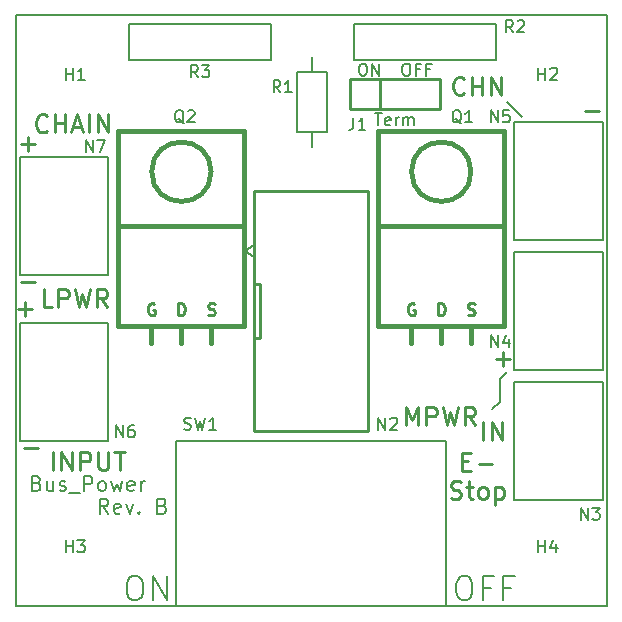
<source format=gto>
%FSLAX36Y36*%
G04 Gerber Fmt 3.6, Leading zero omitted, Abs format (unit inch)*
G04 Created by KiCad (PCBNEW (2014-jul-16 BZR unknown)-product) date Sun 19 Oct 2014 05:14:07 PM PDT*
%MOIN*%
G01*
G04 APERTURE LIST*
%ADD10C,0.003937*%
%ADD11C,0.008000*%
%ADD12C,0.010000*%
%ADD13C,0.005906*%
%ADD14C,0.015000*%
%ADD15C,0.009850*%
%ADD16C,0.009900*%
G04 APERTURE END LIST*
D10*
D11*
X5575000Y-4225000D02*
X5625000Y-4275000D01*
X5550000Y-5225000D02*
X5525000Y-5250000D01*
X5550000Y-5150000D02*
X5550000Y-5225000D01*
X5575000Y-5125000D02*
X5550000Y-5150000D01*
D12*
X5430714Y-4196429D02*
X5427857Y-4199286D01*
X5419286Y-4202143D01*
X5413571Y-4202143D01*
X5405000Y-4199286D01*
X5399286Y-4193571D01*
X5396429Y-4187857D01*
X5393571Y-4176429D01*
X5393571Y-4167857D01*
X5396429Y-4156429D01*
X5399286Y-4150714D01*
X5405000Y-4145000D01*
X5413571Y-4142143D01*
X5419286Y-4142143D01*
X5427857Y-4145000D01*
X5430714Y-4147857D01*
X5456429Y-4202143D02*
X5456429Y-4142143D01*
X5456429Y-4170714D02*
X5490714Y-4170714D01*
X5490714Y-4202143D02*
X5490714Y-4142143D01*
X5519286Y-4202143D02*
X5519286Y-4142143D01*
X5553571Y-4202143D01*
X5553571Y-4142143D01*
X5493571Y-5352143D02*
X5493571Y-5292143D01*
X5522143Y-5352143D02*
X5522143Y-5292143D01*
X5556429Y-5352143D01*
X5556429Y-5292143D01*
X4040714Y-4321429D02*
X4037857Y-4324286D01*
X4029286Y-4327143D01*
X4023571Y-4327143D01*
X4015000Y-4324286D01*
X4009286Y-4318571D01*
X4006429Y-4312857D01*
X4003571Y-4301429D01*
X4003571Y-4292857D01*
X4006429Y-4281429D01*
X4009286Y-4275714D01*
X4015000Y-4270000D01*
X4023571Y-4267143D01*
X4029286Y-4267143D01*
X4037857Y-4270000D01*
X4040714Y-4272857D01*
X4066429Y-4327143D02*
X4066429Y-4267143D01*
X4066429Y-4295714D02*
X4100714Y-4295714D01*
X4100714Y-4327143D02*
X4100714Y-4267143D01*
X4126429Y-4310000D02*
X4155000Y-4310000D01*
X4120714Y-4327143D02*
X4140714Y-4267143D01*
X4160714Y-4327143D01*
X4180714Y-4327143D02*
X4180714Y-4267143D01*
X4209286Y-4327143D02*
X4209286Y-4267143D01*
X4243571Y-4327143D01*
X4243571Y-4267143D01*
X4059286Y-5452143D02*
X4059286Y-5392143D01*
X4087857Y-5452143D02*
X4087857Y-5392143D01*
X4122143Y-5452143D01*
X4122143Y-5392143D01*
X4150714Y-5452143D02*
X4150714Y-5392143D01*
X4173571Y-5392143D01*
X4179286Y-5395000D01*
X4182143Y-5397857D01*
X4185000Y-5403571D01*
X4185000Y-5412143D01*
X4182143Y-5417857D01*
X4179286Y-5420714D01*
X4173571Y-5423571D01*
X4150714Y-5423571D01*
X4210714Y-5392143D02*
X4210714Y-5440714D01*
X4213571Y-5446429D01*
X4216429Y-5449286D01*
X4222143Y-5452143D01*
X4233571Y-5452143D01*
X4239286Y-5449286D01*
X4242143Y-5446429D01*
X4245000Y-5440714D01*
X4245000Y-5392143D01*
X4265000Y-5392143D02*
X4299286Y-5392143D01*
X4282143Y-5452143D02*
X4282143Y-5392143D01*
D11*
X3937008Y-5905512D02*
X3937008Y-3937008D01*
X5905512Y-5905512D02*
X3937008Y-5905512D01*
X5905512Y-3937008D02*
X5905512Y-5905512D01*
X3937008Y-3937008D02*
X5905512Y-3937008D01*
X5132381Y-4263095D02*
X5155238Y-4263095D01*
X5143810Y-4303095D02*
X5143810Y-4263095D01*
X5183810Y-4301190D02*
X5180000Y-4303095D01*
X5172381Y-4303095D01*
X5168571Y-4301190D01*
X5166667Y-4297381D01*
X5166667Y-4282143D01*
X5168571Y-4278333D01*
X5172381Y-4276429D01*
X5180000Y-4276429D01*
X5183810Y-4278333D01*
X5185714Y-4282143D01*
X5185714Y-4285952D01*
X5166667Y-4289762D01*
X5202857Y-4303095D02*
X5202857Y-4276429D01*
X5202857Y-4284048D02*
X5204762Y-4280238D01*
X5206667Y-4278333D01*
X5210476Y-4276429D01*
X5214286Y-4276429D01*
X5227619Y-4303095D02*
X5227619Y-4276429D01*
X5227619Y-4280238D02*
X5229524Y-4278333D01*
X5233333Y-4276429D01*
X5239048Y-4276429D01*
X5242857Y-4278333D01*
X5244762Y-4282143D01*
X5244762Y-4303095D01*
X5244762Y-4282143D02*
X5246667Y-4278333D01*
X5250476Y-4276429D01*
X5256190Y-4276429D01*
X5260000Y-4278333D01*
X5261905Y-4282143D01*
X5261905Y-4303095D01*
X5089524Y-4098095D02*
X5097143Y-4098095D01*
X5100952Y-4100000D01*
X5104762Y-4103810D01*
X5106667Y-4111429D01*
X5106667Y-4124762D01*
X5104762Y-4132381D01*
X5100952Y-4136190D01*
X5097143Y-4138095D01*
X5089524Y-4138095D01*
X5085714Y-4136190D01*
X5081905Y-4132381D01*
X5080000Y-4124762D01*
X5080000Y-4111429D01*
X5081905Y-4103810D01*
X5085714Y-4100000D01*
X5089524Y-4098095D01*
X5123810Y-4138095D02*
X5123810Y-4098095D01*
X5146667Y-4138095D01*
X5146667Y-4098095D01*
X5234286Y-4098095D02*
X5241905Y-4098095D01*
X5245714Y-4100000D01*
X5249524Y-4103810D01*
X5251429Y-4111429D01*
X5251429Y-4124762D01*
X5249524Y-4132381D01*
X5245714Y-4136190D01*
X5241905Y-4138095D01*
X5234286Y-4138095D01*
X5230476Y-4136190D01*
X5226667Y-4132381D01*
X5224762Y-4124762D01*
X5224762Y-4111429D01*
X5226667Y-4103810D01*
X5230476Y-4100000D01*
X5234286Y-4098095D01*
X5281905Y-4117143D02*
X5268571Y-4117143D01*
X5268571Y-4138095D02*
X5268571Y-4098095D01*
X5287619Y-4098095D01*
X5316190Y-4117143D02*
X5302857Y-4117143D01*
X5302857Y-4138095D02*
X5302857Y-4098095D01*
X5321905Y-4098095D01*
D12*
X5235714Y-5302143D02*
X5235714Y-5242143D01*
X5255714Y-5285000D01*
X5275714Y-5242143D01*
X5275714Y-5302143D01*
X5304286Y-5302143D02*
X5304286Y-5242143D01*
X5327143Y-5242143D01*
X5332857Y-5245000D01*
X5335714Y-5247857D01*
X5338571Y-5253571D01*
X5338571Y-5262143D01*
X5335714Y-5267857D01*
X5332857Y-5270714D01*
X5327143Y-5273571D01*
X5304286Y-5273571D01*
X5358571Y-5242143D02*
X5372857Y-5302143D01*
X5384286Y-5259286D01*
X5395714Y-5302143D01*
X5410000Y-5242143D01*
X5467143Y-5302143D02*
X5447143Y-5273571D01*
X5432857Y-5302143D02*
X5432857Y-5242143D01*
X5455714Y-5242143D01*
X5461429Y-5245000D01*
X5464286Y-5247857D01*
X5467143Y-5253571D01*
X5467143Y-5262143D01*
X5464286Y-5267857D01*
X5461429Y-5270714D01*
X5455714Y-5273571D01*
X5432857Y-5273571D01*
X4058144Y-4909033D02*
X4029573Y-4909033D01*
X4029573Y-4849033D01*
X4078144Y-4909033D02*
X4078144Y-4849033D01*
X4101001Y-4849033D01*
X4106715Y-4851890D01*
X4109573Y-4854747D01*
X4112430Y-4860461D01*
X4112430Y-4869033D01*
X4109573Y-4874747D01*
X4106715Y-4877604D01*
X4101001Y-4880461D01*
X4078144Y-4880461D01*
X4132430Y-4849033D02*
X4146715Y-4909033D01*
X4158144Y-4866175D01*
X4169573Y-4909033D01*
X4183858Y-4849033D01*
X4241001Y-4909033D02*
X4221001Y-4880461D01*
X4206715Y-4909033D02*
X4206715Y-4849033D01*
X4229573Y-4849033D01*
X4235287Y-4851890D01*
X4238144Y-4854747D01*
X4241001Y-4860461D01*
X4241001Y-4869033D01*
X4238144Y-4874747D01*
X4235287Y-4877604D01*
X4229573Y-4880461D01*
X4206715Y-4880461D01*
X5425000Y-5423714D02*
X5445000Y-5423714D01*
X5453571Y-5455143D02*
X5425000Y-5455143D01*
X5425000Y-5395143D01*
X5453571Y-5395143D01*
X5479286Y-5432286D02*
X5525000Y-5432286D01*
X5386429Y-5546286D02*
X5395000Y-5549143D01*
X5409286Y-5549143D01*
X5415000Y-5546286D01*
X5417857Y-5543429D01*
X5420714Y-5537714D01*
X5420714Y-5532000D01*
X5417857Y-5526286D01*
X5415000Y-5523429D01*
X5409286Y-5520571D01*
X5397857Y-5517714D01*
X5392143Y-5514857D01*
X5389286Y-5512000D01*
X5386429Y-5506286D01*
X5386429Y-5500571D01*
X5389286Y-5494857D01*
X5392143Y-5492000D01*
X5397857Y-5489143D01*
X5412143Y-5489143D01*
X5420714Y-5492000D01*
X5437857Y-5509143D02*
X5460714Y-5509143D01*
X5446429Y-5489143D02*
X5446429Y-5540571D01*
X5449286Y-5546286D01*
X5455000Y-5549143D01*
X5460714Y-5549143D01*
X5489286Y-5549143D02*
X5483571Y-5546286D01*
X5480714Y-5543429D01*
X5477857Y-5537714D01*
X5477857Y-5520571D01*
X5480714Y-5514857D01*
X5483571Y-5512000D01*
X5489286Y-5509143D01*
X5497857Y-5509143D01*
X5503571Y-5512000D01*
X5506429Y-5514857D01*
X5509286Y-5520571D01*
X5509286Y-5537714D01*
X5506429Y-5543429D01*
X5503571Y-5546286D01*
X5497857Y-5549143D01*
X5489286Y-5549143D01*
X5535000Y-5509143D02*
X5535000Y-5569143D01*
X5535000Y-5512000D02*
X5540714Y-5509143D01*
X5552143Y-5509143D01*
X5557857Y-5512000D01*
X5560714Y-5514857D01*
X5563571Y-5520571D01*
X5563571Y-5537714D01*
X5560714Y-5543429D01*
X5557857Y-5546286D01*
X5552143Y-5549143D01*
X5540714Y-5549143D01*
X5535000Y-5546286D01*
X5879156Y-4256254D02*
X5833442Y-4256254D01*
X5583881Y-5083026D02*
X5538166Y-5083026D01*
X5561024Y-5105883D02*
X5561024Y-5060169D01*
X4009078Y-5378301D02*
X3963363Y-5378301D01*
X3989393Y-4915703D02*
X3943678Y-4915703D01*
X3966535Y-4938560D02*
X3966535Y-4892846D01*
X3999235Y-4364522D02*
X3953521Y-4364522D01*
X3976378Y-4387379D02*
X3976378Y-4341665D01*
X3999235Y-4827120D02*
X3953521Y-4827120D01*
D11*
X4244048Y-5597619D02*
X4227381Y-5573810D01*
X4215476Y-5597619D02*
X4215476Y-5547619D01*
X4234524Y-5547619D01*
X4239286Y-5550000D01*
X4241667Y-5552381D01*
X4244048Y-5557143D01*
X4244048Y-5564286D01*
X4241667Y-5569048D01*
X4239286Y-5571429D01*
X4234524Y-5573810D01*
X4215476Y-5573810D01*
X4284524Y-5595238D02*
X4279762Y-5597619D01*
X4270238Y-5597619D01*
X4265476Y-5595238D01*
X4263095Y-5590476D01*
X4263095Y-5571429D01*
X4265476Y-5566667D01*
X4270238Y-5564286D01*
X4279762Y-5564286D01*
X4284524Y-5566667D01*
X4286905Y-5571429D01*
X4286905Y-5576190D01*
X4263095Y-5580952D01*
X4303571Y-5564286D02*
X4315476Y-5597619D01*
X4327381Y-5564286D01*
X4346429Y-5592857D02*
X4348810Y-5595238D01*
X4346429Y-5597619D01*
X4344048Y-5595238D01*
X4346429Y-5592857D01*
X4346429Y-5597619D01*
X4425000Y-5571429D02*
X4432143Y-5573810D01*
X4434524Y-5576190D01*
X4436905Y-5580952D01*
X4436905Y-5588095D01*
X4434524Y-5592857D01*
X4432143Y-5595238D01*
X4427381Y-5597619D01*
X4408333Y-5597619D01*
X4408333Y-5547619D01*
X4425000Y-5547619D01*
X4429762Y-5550000D01*
X4432143Y-5552381D01*
X4434524Y-5557143D01*
X4434524Y-5561905D01*
X4432143Y-5566667D01*
X4429762Y-5569048D01*
X4425000Y-5571429D01*
X4408333Y-5571429D01*
X5423810Y-5806190D02*
X5439048Y-5806190D01*
X5446667Y-5810000D01*
X5454286Y-5817619D01*
X5458095Y-5832857D01*
X5458095Y-5859524D01*
X5454286Y-5874762D01*
X5446667Y-5882381D01*
X5439048Y-5886190D01*
X5423810Y-5886190D01*
X5416190Y-5882381D01*
X5408571Y-5874762D01*
X5404762Y-5859524D01*
X5404762Y-5832857D01*
X5408571Y-5817619D01*
X5416190Y-5810000D01*
X5423810Y-5806190D01*
X5519048Y-5844286D02*
X5492381Y-5844286D01*
X5492381Y-5886190D02*
X5492381Y-5806190D01*
X5530476Y-5806190D01*
X5587619Y-5844286D02*
X5560952Y-5844286D01*
X5560952Y-5886190D02*
X5560952Y-5806190D01*
X5599048Y-5806190D01*
X4325476Y-5806190D02*
X4340714Y-5806190D01*
X4348333Y-5810000D01*
X4355952Y-5817619D01*
X4359762Y-5832857D01*
X4359762Y-5859524D01*
X4355952Y-5874762D01*
X4348333Y-5882381D01*
X4340714Y-5886190D01*
X4325476Y-5886190D01*
X4317857Y-5882381D01*
X4310238Y-5874762D01*
X4306429Y-5859524D01*
X4306429Y-5832857D01*
X4310238Y-5817619D01*
X4317857Y-5810000D01*
X4325476Y-5806190D01*
X4394048Y-5886190D02*
X4394048Y-5806190D01*
X4439762Y-5886190D01*
X4439762Y-5806190D01*
X4005952Y-5496429D02*
X4013095Y-5498810D01*
X4015476Y-5501190D01*
X4017857Y-5505952D01*
X4017857Y-5513095D01*
X4015476Y-5517857D01*
X4013095Y-5520238D01*
X4008333Y-5522619D01*
X3989286Y-5522619D01*
X3989286Y-5472619D01*
X4005952Y-5472619D01*
X4010714Y-5475000D01*
X4013095Y-5477381D01*
X4015476Y-5482143D01*
X4015476Y-5486905D01*
X4013095Y-5491667D01*
X4010714Y-5494048D01*
X4005952Y-5496429D01*
X3989286Y-5496429D01*
X4060714Y-5489286D02*
X4060714Y-5522619D01*
X4039286Y-5489286D02*
X4039286Y-5515476D01*
X4041667Y-5520238D01*
X4046429Y-5522619D01*
X4053571Y-5522619D01*
X4058333Y-5520238D01*
X4060714Y-5517857D01*
X4082143Y-5520238D02*
X4086905Y-5522619D01*
X4096429Y-5522619D01*
X4101191Y-5520238D01*
X4103571Y-5515476D01*
X4103571Y-5513095D01*
X4101191Y-5508333D01*
X4096429Y-5505952D01*
X4089286Y-5505952D01*
X4084524Y-5503571D01*
X4082143Y-5498810D01*
X4082143Y-5496429D01*
X4084524Y-5491667D01*
X4089286Y-5489286D01*
X4096429Y-5489286D01*
X4101191Y-5491667D01*
X4113095Y-5527381D02*
X4151191Y-5527381D01*
X4163095Y-5522619D02*
X4163095Y-5472619D01*
X4182143Y-5472619D01*
X4186905Y-5475000D01*
X4189286Y-5477381D01*
X4191667Y-5482143D01*
X4191667Y-5489286D01*
X4189286Y-5494048D01*
X4186905Y-5496429D01*
X4182143Y-5498810D01*
X4163095Y-5498810D01*
X4220238Y-5522619D02*
X4215476Y-5520238D01*
X4213095Y-5517857D01*
X4210714Y-5513095D01*
X4210714Y-5498810D01*
X4213095Y-5494048D01*
X4215476Y-5491667D01*
X4220238Y-5489286D01*
X4227381Y-5489286D01*
X4232143Y-5491667D01*
X4234524Y-5494048D01*
X4236905Y-5498810D01*
X4236905Y-5513095D01*
X4234524Y-5517857D01*
X4232143Y-5520238D01*
X4227381Y-5522619D01*
X4220238Y-5522619D01*
X4253571Y-5489286D02*
X4263095Y-5522619D01*
X4272619Y-5498810D01*
X4282143Y-5522619D01*
X4291667Y-5489286D01*
X4329762Y-5520238D02*
X4325000Y-5522619D01*
X4315476Y-5522619D01*
X4310714Y-5520238D01*
X4308333Y-5515476D01*
X4308333Y-5496429D01*
X4310714Y-5491667D01*
X4315476Y-5489286D01*
X4325000Y-5489286D01*
X4329762Y-5491667D01*
X4332143Y-5496429D01*
X4332143Y-5501190D01*
X4308333Y-5505952D01*
X4353571Y-5522619D02*
X4353571Y-5489286D01*
X4353571Y-5498810D02*
X4355952Y-5494048D01*
X4358333Y-5491667D01*
X4363095Y-5489286D01*
X4367857Y-5489286D01*
D12*
X5150000Y-4250000D02*
X5350000Y-4250000D01*
X5350000Y-4250000D02*
X5350000Y-4150000D01*
X5350000Y-4150000D02*
X5150000Y-4150000D01*
X5050000Y-4150000D02*
X5150000Y-4150000D01*
X5150000Y-4150000D02*
X5150000Y-4250000D01*
X5050000Y-4150000D02*
X5050000Y-4250000D01*
X5050000Y-4250000D02*
X5150000Y-4250000D01*
D13*
X4701260Y-4721260D02*
X4731260Y-4701260D01*
X4701260Y-4721260D02*
X4731260Y-4741260D01*
D12*
X4731260Y-5011260D02*
X4751260Y-5011260D01*
X4751260Y-5011260D02*
X4751260Y-4831260D01*
X4751260Y-4831260D02*
X4731260Y-4831260D01*
X5111260Y-4521260D02*
X5111260Y-5321260D01*
X5111260Y-5321260D02*
X4731260Y-5321260D01*
X4731260Y-5321260D02*
X4731260Y-4521260D01*
X4731260Y-4521260D02*
X5111260Y-4521260D01*
D11*
X5893701Y-5157480D02*
X5598425Y-5157480D01*
X5598425Y-5157480D02*
X5598425Y-5551181D01*
X5598425Y-5551181D02*
X5893701Y-5551181D01*
X5893701Y-5551181D02*
X5893701Y-5157480D01*
X5893701Y-4724409D02*
X5598425Y-4724409D01*
X5598425Y-4724409D02*
X5598425Y-5118110D01*
X5598425Y-5118110D02*
X5893701Y-5118110D01*
X5893701Y-5118110D02*
X5893701Y-4724409D01*
X5893701Y-4291339D02*
X5598425Y-4291339D01*
X5598425Y-4291339D02*
X5598425Y-4685039D01*
X5598425Y-4685039D02*
X5893701Y-4685039D01*
X5893701Y-4685039D02*
X5893701Y-4291339D01*
X3948819Y-5354331D02*
X4244094Y-5354331D01*
X4244094Y-5354331D02*
X4244094Y-4960630D01*
X4244094Y-4960630D02*
X3948819Y-4960630D01*
X3948819Y-4960630D02*
X3948819Y-5354331D01*
X3948819Y-4803150D02*
X4244094Y-4803150D01*
X4244094Y-4803150D02*
X4244094Y-4409449D01*
X4244094Y-4409449D02*
X3948819Y-4409449D01*
X3948819Y-4409449D02*
X3948819Y-4803150D01*
D14*
X5254331Y-4973110D02*
X5254331Y-5028110D01*
X5354331Y-4973110D02*
X5354331Y-5028110D01*
X5454331Y-4973110D02*
X5454331Y-5028110D01*
X5453326Y-4458110D02*
G75*
G03X5453326Y-4458110I-98995J0D01*
G74*
G01*
X5564331Y-4638110D02*
X5564331Y-4323110D01*
X5564331Y-4323110D02*
X5144331Y-4323110D01*
X5144331Y-4323110D02*
X5144331Y-4638110D01*
X5564331Y-4973110D02*
X5564331Y-4638110D01*
X5564331Y-4638110D02*
X5144331Y-4638110D01*
X5144331Y-4638110D02*
X5144331Y-4973110D01*
X5354331Y-4973110D02*
X5144331Y-4973110D01*
X5354331Y-4973110D02*
X5564331Y-4973110D01*
X4388189Y-4973110D02*
X4388189Y-5028110D01*
X4488189Y-4973110D02*
X4488189Y-5028110D01*
X4588189Y-4973110D02*
X4588189Y-5028110D01*
X4587184Y-4458110D02*
G75*
G03X4587184Y-4458110I-98995J0D01*
G74*
G01*
X4698189Y-4638110D02*
X4698189Y-4323110D01*
X4698189Y-4323110D02*
X4278189Y-4323110D01*
X4278189Y-4323110D02*
X4278189Y-4638110D01*
X4698189Y-4973110D02*
X4698189Y-4638110D01*
X4698189Y-4638110D02*
X4278189Y-4638110D01*
X4278189Y-4638110D02*
X4278189Y-4973110D01*
X4488189Y-4973110D02*
X4278189Y-4973110D01*
X4488189Y-4973110D02*
X4698189Y-4973110D01*
D13*
X4925000Y-4325000D02*
X4925000Y-4375000D01*
X4925000Y-4125000D02*
X4925000Y-4075000D01*
X4975000Y-4125000D02*
X4875000Y-4125000D01*
X4875000Y-4125000D02*
X4875000Y-4325000D01*
X4875000Y-4325000D02*
X4975000Y-4325000D01*
X4975000Y-4325000D02*
X4975000Y-4125000D01*
D11*
X5536000Y-3966000D02*
X5064000Y-3966000D01*
X5064000Y-3966000D02*
X5064000Y-4084000D01*
X5064000Y-4084000D02*
X5536000Y-4084000D01*
X5536000Y-4084000D02*
X5536000Y-3966000D01*
X4786000Y-3966000D02*
X4314000Y-3966000D01*
X4314000Y-3966000D02*
X4314000Y-4084000D01*
X4314000Y-4084000D02*
X4786000Y-4084000D01*
X4786000Y-4084000D02*
X4786000Y-3966000D01*
X4471260Y-5354921D02*
X4471260Y-5904921D01*
X4471260Y-5904921D02*
X5371260Y-5904921D01*
X5371260Y-5904921D02*
X5371260Y-5354921D01*
X5371260Y-5354921D02*
X4471260Y-5354921D01*
X4103382Y-4151954D02*
X4103382Y-4111954D01*
X4103382Y-4131001D02*
X4126239Y-4131001D01*
X4126239Y-4151954D02*
X4126239Y-4111954D01*
X4166239Y-4151954D02*
X4143382Y-4151954D01*
X4154811Y-4151954D02*
X4154811Y-4111954D01*
X4151001Y-4117668D01*
X4147192Y-4121477D01*
X4143382Y-4123382D01*
X5678185Y-4151954D02*
X5678185Y-4111954D01*
X5678185Y-4131001D02*
X5701042Y-4131001D01*
X5701042Y-4151954D02*
X5701042Y-4111954D01*
X5718185Y-4115763D02*
X5720090Y-4113858D01*
X5723900Y-4111954D01*
X5733423Y-4111954D01*
X5737233Y-4113858D01*
X5739138Y-4115763D01*
X5741042Y-4119573D01*
X5741042Y-4123382D01*
X5739138Y-4129096D01*
X5716280Y-4151954D01*
X5741042Y-4151954D01*
X4103382Y-5726757D02*
X4103382Y-5686757D01*
X4103382Y-5705804D02*
X4126239Y-5705804D01*
X4126239Y-5726757D02*
X4126239Y-5686757D01*
X4141477Y-5686757D02*
X4166239Y-5686757D01*
X4152906Y-5701995D01*
X4158620Y-5701995D01*
X4162430Y-5703900D01*
X4164334Y-5705804D01*
X4166239Y-5709614D01*
X4166239Y-5719138D01*
X4164334Y-5722947D01*
X4162430Y-5724852D01*
X4158620Y-5726757D01*
X4147192Y-5726757D01*
X4143382Y-5724852D01*
X4141477Y-5722947D01*
X5678185Y-5726757D02*
X5678185Y-5686757D01*
X5678185Y-5705804D02*
X5701042Y-5705804D01*
X5701042Y-5726757D02*
X5701042Y-5686757D01*
X5737233Y-5700090D02*
X5737233Y-5726757D01*
X5727709Y-5684852D02*
X5718185Y-5713423D01*
X5742947Y-5713423D01*
X5061667Y-4278095D02*
X5061667Y-4306667D01*
X5059762Y-4312381D01*
X5055952Y-4316190D01*
X5050238Y-4318095D01*
X5046429Y-4318095D01*
X5101667Y-4318095D02*
X5078810Y-4318095D01*
X5090238Y-4318095D02*
X5090238Y-4278095D01*
X5086429Y-4283810D01*
X5082619Y-4287619D01*
X5078810Y-4289524D01*
X5144524Y-5318095D02*
X5144524Y-5278095D01*
X5167381Y-5318095D01*
X5167381Y-5278095D01*
X5184524Y-5281905D02*
X5186429Y-5280000D01*
X5190238Y-5278095D01*
X5199762Y-5278095D01*
X5203571Y-5280000D01*
X5205476Y-5281905D01*
X5207381Y-5285714D01*
X5207381Y-5289524D01*
X5205476Y-5295238D01*
X5182619Y-5318095D01*
X5207381Y-5318095D01*
X5819524Y-5618095D02*
X5819524Y-5578095D01*
X5842381Y-5618095D01*
X5842381Y-5578095D01*
X5857619Y-5578095D02*
X5882381Y-5578095D01*
X5869048Y-5593333D01*
X5874762Y-5593333D01*
X5878571Y-5595238D01*
X5880476Y-5597143D01*
X5882381Y-5600952D01*
X5882381Y-5610476D01*
X5880476Y-5614286D01*
X5878571Y-5616190D01*
X5874762Y-5618095D01*
X5863333Y-5618095D01*
X5859524Y-5616190D01*
X5857619Y-5614286D01*
X5519524Y-5043095D02*
X5519524Y-5003095D01*
X5542381Y-5043095D01*
X5542381Y-5003095D01*
X5578571Y-5016429D02*
X5578571Y-5043095D01*
X5569048Y-5001190D02*
X5559524Y-5029762D01*
X5584286Y-5029762D01*
X5519524Y-4293095D02*
X5519524Y-4253095D01*
X5542381Y-4293095D01*
X5542381Y-4253095D01*
X5580476Y-4253095D02*
X5561429Y-4253095D01*
X5559524Y-4272143D01*
X5561429Y-4270238D01*
X5565238Y-4268333D01*
X5574762Y-4268333D01*
X5578571Y-4270238D01*
X5580476Y-4272143D01*
X5582381Y-4275952D01*
X5582381Y-4285476D01*
X5580476Y-4289286D01*
X5578571Y-4291190D01*
X5574762Y-4293095D01*
X5565238Y-4293095D01*
X5561429Y-4291190D01*
X5559524Y-4289286D01*
X4269524Y-5343095D02*
X4269524Y-5303095D01*
X4292381Y-5343095D01*
X4292381Y-5303095D01*
X4328571Y-5303095D02*
X4320952Y-5303095D01*
X4317143Y-5305000D01*
X4315238Y-5306905D01*
X4311429Y-5312619D01*
X4309524Y-5320238D01*
X4309524Y-5335476D01*
X4311429Y-5339286D01*
X4313333Y-5341190D01*
X4317143Y-5343095D01*
X4324762Y-5343095D01*
X4328571Y-5341190D01*
X4330476Y-5339286D01*
X4332381Y-5335476D01*
X4332381Y-5325952D01*
X4330476Y-5322143D01*
X4328571Y-5320238D01*
X4324762Y-5318333D01*
X4317143Y-5318333D01*
X4313333Y-5320238D01*
X4311429Y-5322143D01*
X4309524Y-5325952D01*
X4169524Y-4393095D02*
X4169524Y-4353095D01*
X4192381Y-4393095D01*
X4192381Y-4353095D01*
X4207619Y-4353095D02*
X4234286Y-4353095D01*
X4217143Y-4393095D01*
X5421190Y-4296905D02*
X5417381Y-4295000D01*
X5413571Y-4291190D01*
X5407857Y-4285476D01*
X5404048Y-4283571D01*
X5400238Y-4283571D01*
X5402143Y-4293095D02*
X5398333Y-4291190D01*
X5394524Y-4287381D01*
X5392619Y-4279762D01*
X5392619Y-4266429D01*
X5394524Y-4258810D01*
X5398333Y-4255000D01*
X5402143Y-4253095D01*
X5409762Y-4253095D01*
X5413571Y-4255000D01*
X5417381Y-4258810D01*
X5419286Y-4266429D01*
X5419286Y-4279762D01*
X5417381Y-4287381D01*
X5413571Y-4291190D01*
X5409762Y-4293095D01*
X5402143Y-4293095D01*
X5457381Y-4293095D02*
X5434524Y-4293095D01*
X5445952Y-4293095D02*
X5445952Y-4253095D01*
X5442143Y-4258810D01*
X5438333Y-4262619D01*
X5434524Y-4264524D01*
D15*
X5264650Y-4898410D02*
X5260897Y-4896534D01*
X5255269Y-4896534D01*
X5249640Y-4898410D01*
X5245888Y-4902163D01*
X5244012Y-4905915D01*
X5242135Y-4913420D01*
X5242135Y-4919048D01*
X5244012Y-4926553D01*
X5245888Y-4930305D01*
X5249640Y-4934058D01*
X5255269Y-4935934D01*
X5259021Y-4935934D01*
X5264650Y-4934058D01*
X5266526Y-4932182D01*
X5266526Y-4919048D01*
X5259021Y-4919048D01*
D16*
D15*
X5443074Y-4934058D02*
X5448702Y-4935934D01*
X5458083Y-4935934D01*
X5461835Y-4934058D01*
X5463712Y-4932182D01*
X5465588Y-4928429D01*
X5465588Y-4924677D01*
X5463712Y-4920925D01*
X5461835Y-4919048D01*
X5458083Y-4917172D01*
X5450578Y-4915296D01*
X5446826Y-4913420D01*
X5444950Y-4911544D01*
X5443074Y-4907791D01*
X5443074Y-4904039D01*
X5444950Y-4900286D01*
X5446826Y-4898410D01*
X5450578Y-4896534D01*
X5459959Y-4896534D01*
X5465588Y-4898410D01*
D16*
D15*
X5344012Y-4935934D02*
X5344012Y-4896534D01*
X5353393Y-4896534D01*
X5359021Y-4898410D01*
X5362774Y-4902163D01*
X5364650Y-4905915D01*
X5366526Y-4913420D01*
X5366526Y-4919048D01*
X5364650Y-4926553D01*
X5362774Y-4930305D01*
X5359021Y-4934058D01*
X5353393Y-4935934D01*
X5344012Y-4935934D01*
D16*
D11*
X4496190Y-4296905D02*
X4492381Y-4295000D01*
X4488571Y-4291190D01*
X4482857Y-4285476D01*
X4479048Y-4283571D01*
X4475238Y-4283571D01*
X4477143Y-4293095D02*
X4473333Y-4291190D01*
X4469524Y-4287381D01*
X4467619Y-4279762D01*
X4467619Y-4266429D01*
X4469524Y-4258810D01*
X4473333Y-4255000D01*
X4477143Y-4253095D01*
X4484762Y-4253095D01*
X4488571Y-4255000D01*
X4492381Y-4258810D01*
X4494286Y-4266429D01*
X4494286Y-4279762D01*
X4492381Y-4287381D01*
X4488571Y-4291190D01*
X4484762Y-4293095D01*
X4477143Y-4293095D01*
X4509524Y-4256905D02*
X4511429Y-4255000D01*
X4515238Y-4253095D01*
X4524762Y-4253095D01*
X4528571Y-4255000D01*
X4530476Y-4256905D01*
X4532381Y-4260714D01*
X4532381Y-4264524D01*
X4530476Y-4270238D01*
X4507619Y-4293095D01*
X4532381Y-4293095D01*
D15*
X4398508Y-4898410D02*
X4394756Y-4896534D01*
X4389127Y-4896534D01*
X4383499Y-4898410D01*
X4379746Y-4902163D01*
X4377870Y-4905915D01*
X4375994Y-4913420D01*
X4375994Y-4919048D01*
X4377870Y-4926553D01*
X4379746Y-4930305D01*
X4383499Y-4934058D01*
X4389127Y-4935934D01*
X4392879Y-4935934D01*
X4398508Y-4934058D01*
X4400384Y-4932182D01*
X4400384Y-4919048D01*
X4392879Y-4919048D01*
D16*
D15*
X4576932Y-4934058D02*
X4582560Y-4935934D01*
X4591941Y-4935934D01*
X4595694Y-4934058D01*
X4597570Y-4932182D01*
X4599446Y-4928429D01*
X4599446Y-4924677D01*
X4597570Y-4920925D01*
X4595694Y-4919048D01*
X4591941Y-4917172D01*
X4584437Y-4915296D01*
X4580684Y-4913420D01*
X4578808Y-4911544D01*
X4576932Y-4907791D01*
X4576932Y-4904039D01*
X4578808Y-4900286D01*
X4580684Y-4898410D01*
X4584437Y-4896534D01*
X4593818Y-4896534D01*
X4599446Y-4898410D01*
D16*
D15*
X4477870Y-4935934D02*
X4477870Y-4896534D01*
X4487251Y-4896534D01*
X4492879Y-4898410D01*
X4496632Y-4902163D01*
X4498508Y-4905915D01*
X4500384Y-4913420D01*
X4500384Y-4919048D01*
X4498508Y-4926553D01*
X4496632Y-4930305D01*
X4492879Y-4934058D01*
X4487251Y-4935934D01*
X4477870Y-4935934D01*
D16*
D11*
X4818333Y-4193095D02*
X4805000Y-4174048D01*
X4795476Y-4193095D02*
X4795476Y-4153095D01*
X4810714Y-4153095D01*
X4814524Y-4155000D01*
X4816429Y-4156905D01*
X4818333Y-4160714D01*
X4818333Y-4166429D01*
X4816429Y-4170238D01*
X4814524Y-4172143D01*
X4810714Y-4174048D01*
X4795476Y-4174048D01*
X4856429Y-4193095D02*
X4833571Y-4193095D01*
X4845000Y-4193095D02*
X4845000Y-4153095D01*
X4841191Y-4158810D01*
X4837381Y-4162619D01*
X4833571Y-4164524D01*
X5593333Y-3993095D02*
X5580000Y-3974048D01*
X5570476Y-3993095D02*
X5570476Y-3953095D01*
X5585714Y-3953095D01*
X5589524Y-3955000D01*
X5591429Y-3956905D01*
X5593333Y-3960714D01*
X5593333Y-3966429D01*
X5591429Y-3970238D01*
X5589524Y-3972143D01*
X5585714Y-3974048D01*
X5570476Y-3974048D01*
X5608571Y-3956905D02*
X5610476Y-3955000D01*
X5614286Y-3953095D01*
X5623810Y-3953095D01*
X5627619Y-3955000D01*
X5629524Y-3956905D01*
X5631429Y-3960714D01*
X5631429Y-3964524D01*
X5629524Y-3970238D01*
X5606667Y-3993095D01*
X5631429Y-3993095D01*
X4543333Y-4143095D02*
X4530000Y-4124048D01*
X4520476Y-4143095D02*
X4520476Y-4103095D01*
X4535714Y-4103095D01*
X4539524Y-4105000D01*
X4541429Y-4106905D01*
X4543333Y-4110714D01*
X4543333Y-4116429D01*
X4541429Y-4120238D01*
X4539524Y-4122143D01*
X4535714Y-4124048D01*
X4520476Y-4124048D01*
X4556667Y-4103095D02*
X4581429Y-4103095D01*
X4568095Y-4118333D01*
X4573810Y-4118333D01*
X4577619Y-4120238D01*
X4579524Y-4122143D01*
X4581429Y-4125952D01*
X4581429Y-4135476D01*
X4579524Y-4139286D01*
X4577619Y-4141190D01*
X4573810Y-4143095D01*
X4562381Y-4143095D01*
X4558571Y-4141190D01*
X4556667Y-4139286D01*
X4496667Y-5316190D02*
X4502381Y-5318095D01*
X4511905Y-5318095D01*
X4515714Y-5316190D01*
X4517619Y-5314286D01*
X4519524Y-5310476D01*
X4519524Y-5306667D01*
X4517619Y-5302857D01*
X4515714Y-5300952D01*
X4511905Y-5299048D01*
X4504286Y-5297143D01*
X4500476Y-5295238D01*
X4498571Y-5293333D01*
X4496667Y-5289524D01*
X4496667Y-5285714D01*
X4498571Y-5281905D01*
X4500476Y-5280000D01*
X4504286Y-5278095D01*
X4513810Y-5278095D01*
X4519524Y-5280000D01*
X4532857Y-5278095D02*
X4542381Y-5318095D01*
X4550000Y-5289524D01*
X4557619Y-5318095D01*
X4567143Y-5278095D01*
X4603333Y-5318095D02*
X4580476Y-5318095D01*
X4591905Y-5318095D02*
X4591905Y-5278095D01*
X4588095Y-5283810D01*
X4584286Y-5287619D01*
X4580476Y-5289524D01*
M02*

</source>
